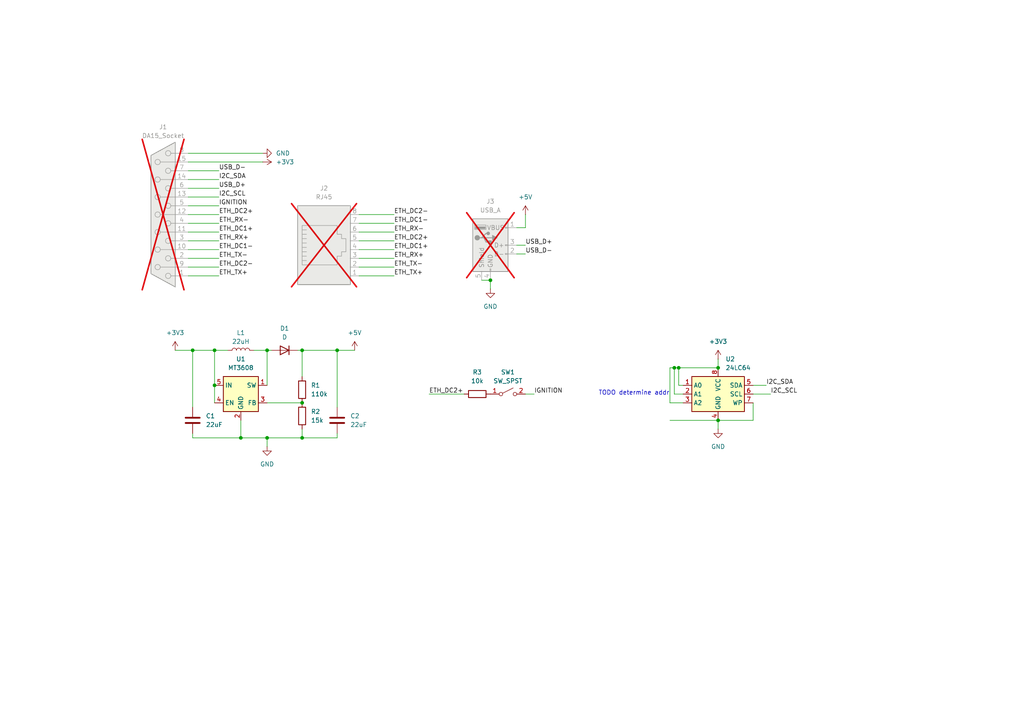
<source format=kicad_sch>
(kicad_sch (version 20250114) (generator "eeschema") (generator_version "9.0")
  (paper "A4")
  (lib_symbols
    (symbol "Connector:DA15_Socket" (pin_names (offset 1.016) (hide yes))
      (property "Reference" "J" (at 0.508 21.59 0))
      (property "Value" "DA15_Socket" (at 0 -22.225 0))
      (symbol "DA15_Socket_0_1"
        (polyline (pts (xy -3.81 20.955) (xy 3.175 17.145) (xy 3.175 -17.145) (xy -3.81 -20.955) (xy -3.81 20.955)) (stroke (width 0.254)) (fill (type background)))
        (polyline (pts (xy -3.81 17.78) (xy -2.54 17.78)))
        (polyline (pts (xy -3.81 15.24) (xy 0.508 15.24)))
        (polyline (pts (xy -3.81 12.7) (xy -2.54 12.7)))
        (polyline (pts (xy -3.81 10.16) (xy 0.508 10.16)))
        (polyline (pts (xy -3.81 7.62) (xy -2.54 7.62)))
        (polyline (pts (xy -3.81 5.08) (xy 0.508 5.08)))
        (polyline (pts (xy -3.81 2.54) (xy -2.54 2.54)))
        (polyline (pts (xy -3.81 0) (xy 0.508 0)))
        (polyline (pts (xy -3.81 -2.54) (xy -2.54 -2.54)))
        (polyline (pts (xy -3.81 -5.08) (xy 0.508 -5.08)))
        (polyline (pts (xy -3.81 -7.62) (xy -2.54 -7.62)))
        (polyline (pts (xy -3.81 -10.16) (xy 0.508 -10.16)))
        (polyline (pts (xy -3.81 -12.7) (xy -2.54 -12.7)))
        (polyline (pts (xy -3.81 -15.24) (xy 0.508 -15.24)))
        (polyline (pts (xy -3.81 -17.78) (xy -2.54 -17.78)))
        (circle (center -1.778 17.78) (radius 0.762))
        (circle (center -1.778 12.7) (radius 0.762))
        (circle (center -1.778 7.62) (radius 0.762))
        (circle (center -1.778 2.54) (radius 0.762))
        (circle (center -1.778 -2.54) (radius 0.762))
        (circle (center -1.778 -7.62) (radius 0.762))
        (circle (center -1.778 -12.7) (radius 0.762))
        (circle (center -1.778 -17.78) (radius 0.762))
        (circle (center 1.27 15.24) (radius 0.762))
        (circle (center 1.27 10.16) (radius 0.762))
        (circle (center 1.27 5.08) (radius 0.762))
        (circle (center 1.27 0) (radius 0.762))
        (circle (center 1.27 -5.08) (radius 0.762))
        (circle (center 1.27 -10.16) (radius 0.762))
        (circle (center 1.27 -15.24) (radius 0.762))
      )
      (symbol "DA15_Socket_1_1"
        (pin passive line (at -7.62 17.78 0) (length 3.81) (name "1") (number "1"))
        (pin passive line (at -7.62 15.24 0) (length 3.81) (name "P9") (number "9"))
        (pin passive line (at -7.62 12.7 0) (length 3.81) (name "2") (number "2"))
        (pin passive line (at -7.62 10.16 0) (length 3.81) (name "P10") (number "10"))
        (pin passive line (at -7.62 7.62 0) (length 3.81) (name "3") (number "3"))
        (pin passive line (at -7.62 5.08 0) (length 3.81) (name "P111") (number "11"))
        (pin passive line (at -7.62 2.54 0) (length 3.81) (name "4") (number "4"))
        (pin passive line (at -7.62 0 0) (length 3.81) (name "P12") (number "12"))
        (pin passive line (at -7.62 -2.54 0) (length 3.81) (name "5") (number "5"))
        (pin passive line (at -7.62 -5.08 0) (length 3.81) (name "P13") (number "13"))
        (pin passive line (at -7.62 -7.62 0) (length 3.81) (name "6") (number "6"))
        (pin passive line (at -7.62 -10.16 0) (length 3.81) (name "P14") (number "14"))
        (pin passive line (at -7.62 -12.7 0) (length 3.81) (name "7") (number "7"))
        (pin passive line (at -7.62 -15.24 0) (length 3.81) (name "P15") (number "15"))
        (pin passive line (at -7.62 -17.78 0) (length 3.81) (name "8") (number "8"))
      )
    )
    (symbol "Connector:RJ45" (pin_names (offset 1.016))
      (property "Reference" "J" (at -5.08 13.97 0))
      (property "Value" "RJ45" (at 2.54 13.97 0))
      (symbol "RJ45_0_1"
        (polyline (pts (xy -6.35 1.905) (xy -5.08 1.905) (xy -5.08 1.905)))
        (polyline (pts (xy -6.35 0.635) (xy -5.08 0.635) (xy -5.08 0.635)))
        (polyline (pts (xy -6.35 -0.635) (xy -5.08 -0.635) (xy -5.08 -0.635)))
        (polyline (pts (xy -6.35 -1.905) (xy -5.08 -1.905) (xy -5.08 -1.905)))
        (polyline (pts (xy -6.35 -3.175) (xy -5.08 -3.175) (xy -5.08 -3.175)))
        (polyline (pts (xy -6.35 -4.445) (xy -6.35 6.985) (xy 3.81 6.985) (xy 3.81 4.445) (xy 5.08 4.445) (xy 5.08 3.175) (xy 6.35 3.175) (xy 6.35 -0.635) (xy 5.08 -0.635) (xy 5.08 -1.905) (xy 3.81 -1.905) (xy 3.81 -4.445) (xy -6.35 -4.445) (xy -6.35 -4.445)))
        (polyline (pts (xy -5.08 5.715) (xy -6.35 5.715)))
        (polyline (pts (xy -5.08 4.445) (xy -6.35 4.445)))
        (polyline (pts (xy -5.08 3.175) (xy -6.35 3.175) (xy -6.35 3.175)))
        (rectangle (start 7.62 12.7) (end -7.62 -10.16) (stroke (width 0.254)) (fill (type background)))
      )
      (symbol "RJ45_1_1"
        (pin passive line (at 10.16 10.16 180) (length 2.54) (name "~") (number "8"))
        (pin passive line (at 10.16 7.62 180) (length 2.54) (name "~") (number "7"))
        (pin passive line (at 10.16 5.08 180) (length 2.54) (name "~") (number "6"))
        (pin passive line (at 10.16 2.54 180) (length 2.54) (name "~") (number "5"))
        (pin passive line (at 10.16 0 180) (length 2.54) (name "~") (number "4"))
        (pin passive line (at 10.16 -2.54 180) (length 2.54) (name "~") (number "3"))
        (pin passive line (at 10.16 -5.08 180) (length 2.54) (name "~") (number "2"))
        (pin passive line (at 10.16 -7.62 180) (length 2.54) (name "~") (number "1"))
      )
    )
    (symbol "Connector:USB_A" (pin_names (offset 1.016))
      (property "Reference" "J" (at -5.08 11.43 0))
      (property "Value" "USB_A" (at -5.08 8.89 0))
      (symbol "USB_A_0_1"
        (rectangle (start -5.08 -7.62) (end 5.08 7.62) (stroke (width 0.254)) (fill (type background)))
        (circle (center -3.81 2.159) (radius 0.635) (stroke (width 0.254)) (fill (type outline)))
        (polyline (pts (xy -3.175 2.159) (xy -2.54 2.159) (xy -1.27 3.429) (xy -0.635 3.429)) (stroke (width 0.254)))
        (polyline (pts (xy -2.54 2.159) (xy -1.905 2.159) (xy -1.27 0.889) (xy 0 0.889)) (stroke (width 0.254)))
        (rectangle (start -1.524 4.826) (end -4.318 5.334) (fill (type outline)))
        (rectangle (start -1.27 4.572) (end -4.572 5.842))
        (circle (center -0.635 3.429) (radius 0.381) (stroke (width 0.254)) (fill (type outline)))
        (rectangle (start -0.127 -7.62) (end 0.127 -6.858))
        (rectangle (start 0.254 1.27) (end -0.508 0.508) (stroke (width 0.254)) (fill (type outline)))
        (polyline (pts (xy 0.635 2.794) (xy 0.635 1.524) (xy 1.905 2.159) (xy 0.635 2.794)) (stroke (width 0.254)) (fill (type outline)))
        (rectangle (start 5.08 4.953) (end 4.318 5.207))
        (rectangle (start 5.08 -0.127) (end 4.318 0.127))
        (rectangle (start 5.08 -2.667) (end 4.318 -2.413))
      )
      (symbol "USB_A_1_1"
        (polyline (pts (xy -1.905 2.159) (xy 0.635 2.159)) (stroke (width 0.254)))
        (pin passive line (at -2.54 -10.16 90) (length 2.54) (name "Shield") (number "5"))
        (pin power_in line (at 0 -10.16 90) (length 2.54) (name "GND") (number "4"))
        (pin power_in line (at 7.62 5.08 180) (length 2.54) (name "VBUS") (number "1"))
        (pin bidirectional line (at 7.62 0 180) (length 2.54) (name "D+") (number "3"))
        (pin bidirectional line (at 7.62 -2.54 180) (length 2.54) (name "D-") (number "2"))
      )
    )
    (symbol "Device:C" (pin_numbers (hide yes)) (pin_names (offset 0.254))
      (property "Reference" "C" (at 0.635 2.54 0))
      (property "Value" "C" (at 0.635 -2.54 0))
      (symbol "C_0_1"
        (polyline (pts (xy -2.032 0.762) (xy 2.032 0.762)) (stroke (width 0.508)))
        (polyline (pts (xy -2.032 -0.762) (xy 2.032 -0.762)) (stroke (width 0.508)))
      )
      (symbol "C_1_1"
        (pin passive line (at 0 3.81 270) (length 2.794) (name "~") (number "1"))
        (pin passive line (at 0 -3.81 90) (length 2.794) (name "~") (number "2"))
      )
    )
    (symbol "Device:D" (pin_numbers (hide yes)) (pin_names (offset 1.016) (hide yes))
      (property "Reference" "D" (at 0 2.54 0))
      (property "Value" "D" (at 0 -2.54 0))
      (symbol "D_0_1"
        (polyline (pts (xy -1.27 1.27) (xy -1.27 -1.27)) (stroke (width 0.254)))
        (polyline (pts (xy 1.27 1.27) (xy 1.27 -1.27) (xy -1.27 0) (xy 1.27 1.27)) (stroke (width 0.254)))
        (polyline (pts (xy 1.27 0) (xy -1.27 0)))
      )
      (symbol "D_1_1"
        (pin passive line (at -3.81 0 0) (length 2.54) (name "K") (number "1"))
        (pin passive line (at 3.81 0 180) (length 2.54) (name "A") (number "2"))
      )
    )
    (symbol "Device:L" (pin_numbers (hide yes)) (pin_names (offset 1.016) (hide yes))
      (property "Reference" "L" (at -1.27 0 90))
      (property "Value" "L" (at 1.905 0 90))
      (symbol "L_0_1"
        (arc (start 0 2.54) (mid 0.6323 1.905) (end 0 1.27))
        (arc (start 0 1.27) (mid 0.6323 0.635) (end 0 0))
        (arc (start 0 0) (mid 0.6323 -0.635) (end 0 -1.27))
        (arc (start 0 -1.27) (mid 0.6323 -1.905) (end 0 -2.54))
      )
      (symbol "L_1_1"
        (pin passive line (at 0 3.81 270) (length 1.27) (name "1") (number "1"))
        (pin passive line (at 0 -3.81 90) (length 1.27) (name "2") (number "2"))
      )
    )
    (symbol "Device:R" (pin_numbers (hide yes)) (pin_names (offset 0))
      (property "Reference" "R" (at 2.032 0 90))
      (property "Value" "R" (at 0 0 90))
      (symbol "R_0_1"
        (rectangle (start -1.016 -2.54) (end 1.016 2.54) (stroke (width 0.254)))
      )
      (symbol "R_1_1"
        (pin passive line (at 0 3.81 270) (length 1.27) (name "~") (number "1"))
        (pin passive line (at 0 -3.81 90) (length 1.27) (name "~") (number "2"))
      )
    )
    (symbol "Memory_EEPROM:24LC64"
      (property "Reference" "U" (at -6.35 6.35 0))
      (property "Value" "24LC64" (at 1.27 6.35 0))
      (symbol "24LC64_1_1"
        (rectangle (start -7.62 5.08) (end 7.62 -5.08) (stroke (width 0.254)) (fill (type background)))
        (pin input line (at -10.16 2.54 0) (length 2.54) (name "A0") (number "1"))
        (pin input line (at -10.16 0 0) (length 2.54) (name "A1") (number "2"))
        (pin input line (at -10.16 -2.54 0) (length 2.54) (name "A2") (number "3"))
        (pin power_in line (at 0 7.62 270) (length 2.54) (name "VCC") (number "8"))
        (pin power_in line (at 0 -7.62 90) (length 2.54) (name "GND") (number "4"))
        (pin bidirectional line (at 10.16 2.54 180) (length 2.54) (name "SDA") (number "5"))
        (pin input line (at 10.16 0 180) (length 2.54) (name "SCL") (number "6"))
        (pin input line (at 10.16 -2.54 180) (length 2.54) (name "WP") (number "7"))
      )
    )
    (symbol "Regulator_Switching:MT3608"
      (property "Reference" "U" (at -2.54 8.89 0))
      (property "Value" "MT3608" (at -3.81 6.35 0))
      (symbol "MT3608_0_1"
        (rectangle (start -5.08 5.08) (end 5.08 -5.08) (stroke (width 0.254)) (fill (type background)))
      )
      (symbol "MT3608_1_1"
        (pin power_in line (at -7.62 2.54 0) (length 2.54) (name "IN") (number "5"))
        (pin input line (at -7.62 -2.54 0) (length 2.54) (name "EN") (number "4"))
        (pin power_in line (at 0 -7.62 90) (length 2.54) (name "GND") (number "2"))
        (pin no_connect line (at 5.08 0 180) (length 2.54) (hide yes) (name "NC") (number "6"))
        (pin passive line (at 7.62 2.54 180) (length 2.54) (name "SW") (number "1"))
        (pin input line (at 7.62 -2.54 180) (length 2.54) (name "FB") (number "3"))
      )
    )
    (symbol "Switch:SW_SPST" (pin_names (offset 0) (hide yes))
      (property "Reference" "SW" (at 0 3.175 0))
      (property "Value" "SW_SPST" (at 0 -2.54 0))
      (symbol "SW_SPST_0_0"
        (circle (center -2.032 0) (radius 0.508))
        (polyline (pts (xy -1.524 0.254) (xy 1.524 1.778)))
        (circle (center 2.032 0) (radius 0.508))
      )
      (symbol "SW_SPST_1_1"
        (pin passive line (at -5.08 0 0) (length 2.54) (name "A") (number "1"))
        (pin passive line (at 5.08 0 180) (length 2.54) (name "B") (number "2"))
      )
    )
    (symbol "power:+3V3" (power) (pin_numbers (hide yes)) (pin_names (offset 0) (hide yes))
      (property "Value" "+3V3" (at 0 3.556 0))
      (symbol "+3V3_0_1"
        (polyline (pts (xy -0.762 1.27) (xy 0 2.54)))
        (polyline (pts (xy 0 2.54) (xy 0.762 1.27)))
        (polyline (pts (xy 0 0) (xy 0 2.54)))
      )
      (symbol "+3V3_1_1"
        (pin power_in line (at 0 0 90) (length 0) (name "~") (number "1"))
      )
    )
    (symbol "power:+5V" (power) (pin_numbers (hide yes)) (pin_names (offset 0) (hide yes))
      (property "Value" "+5V" (at 0 3.556 0))
      (symbol "+5V_0_1"
        (polyline (pts (xy -0.762 1.27) (xy 0 2.54)))
        (polyline (pts (xy 0 2.54) (xy 0.762 1.27)))
        (polyline (pts (xy 0 0) (xy 0 2.54)))
      )
      (symbol "+5V_1_1"
        (pin power_in line (at 0 0 90) (length 0) (name "~") (number "1"))
      )
    )
    (symbol "power:GND" (power) (pin_numbers (hide yes)) (pin_names (offset 0) (hide yes))
      (property "Value" "GND" (at 0 -3.81 0))
      (symbol "GND_0_1"
        (polyline (pts (xy 0 0) (xy 0 -1.27) (xy 1.27 -1.27) (xy 0 -2.54) (xy -1.27 -1.27) (xy 0 -1.27)))
      )
      (symbol "GND_1_1"
        (pin power_in line (at 0 0 270) (length 0) (name "~") (number "1"))
      )
    )
  )
  (text "TODO determine addr" (at 183.896 114.046 0) (effects (font (size 1.27 1.27))))
  (junction (at 208.28 121.92))
  (junction (at 208.28 106.68))
  (junction (at 97.79 101.6))
  (junction (at 62.23 111.76))
  (junction (at 87.63 101.6))
  (junction (at 55.88 101.6))
  (junction (at 77.47 101.6))
  (junction (at 142.24 81.28))
  (junction (at 195.58 106.68))
  (junction (at 196.85 106.68))
  (junction (at 87.63 127))
  (junction (at 69.85 127))
  (junction (at 77.47 127))
  (junction (at 62.23 101.6))
  (junction (at 87.63 116.84))
  (wire (pts (xy 86.36 101.6) (xy 87.63 101.6)))
  (wire (pts (xy 63.5 49.53) (xy 54.61 49.53)))
  (wire (pts (xy 54.61 67.31) (xy 63.5 67.31)))
  (wire (pts (xy 54.61 64.77) (xy 63.5 64.77)))
  (wire (pts (xy 62.23 111.76) (xy 62.23 101.6)))
  (wire (pts (xy 142.24 83.82) (xy 142.24 81.28)))
  (wire (pts (xy 194.31 121.92) (xy 208.28 121.92)))
  (wire (pts (xy 87.63 109.22) (xy 87.63 101.6)))
  (wire (pts (xy 69.85 121.92) (xy 69.85 127)))
  (wire (pts (xy 54.61 69.85) (xy 63.5 69.85)))
  (wire (pts (xy 152.4 62.23) (xy 152.4 66.04)))
  (wire (pts (xy 77.47 127) (xy 87.63 127)))
  (wire (pts (xy 55.88 127) (xy 69.85 127)))
  (wire (pts (xy 55.88 127) (xy 55.88 125.73)))
  (wire (pts (xy 50.8 101.6) (xy 55.88 101.6)))
  (wire (pts (xy 77.47 101.6) (xy 73.66 101.6)))
  (wire (pts (xy 77.47 127) (xy 69.85 127)))
  (wire (pts (xy 54.61 77.47) (xy 63.5 77.47)))
  (wire (pts (xy 218.44 121.92) (xy 208.28 121.92)))
  (wire (pts (xy 54.61 72.39) (xy 63.5 72.39)))
  (wire (pts (xy 104.14 74.93) (xy 114.3 74.93)))
  (wire (pts (xy 78.74 101.6) (xy 77.47 101.6)))
  (wire (pts (xy 76.2 44.45) (xy 54.61 44.45)))
  (wire (pts (xy 208.28 124.46) (xy 208.28 121.92)))
  (wire (pts (xy 194.31 106.68) (xy 194.31 116.84)))
  (wire (pts (xy 62.23 111.76) (xy 62.23 116.84)))
  (wire (pts (xy 54.61 80.01) (xy 63.5 80.01)))
  (wire (pts (xy 87.63 124.46) (xy 87.63 127)))
  (wire (pts (xy 154.94 114.3) (xy 152.4 114.3)))
  (wire (pts (xy 152.4 66.04) (xy 149.86 66.04)))
  (wire (pts (xy 195.58 114.3) (xy 198.12 114.3)))
  (wire (pts (xy 196.85 106.68) (xy 196.85 111.76)))
  (wire (pts (xy 97.79 101.6) (xy 97.79 118.11)))
  (wire (pts (xy 104.14 69.85) (xy 114.3 69.85)))
  (wire (pts (xy 152.4 73.66) (xy 149.86 73.66)))
  (wire (pts (xy 54.61 62.23) (xy 63.5 62.23)))
  (wire (pts (xy 104.14 64.77) (xy 114.3 64.77)))
  (wire (pts (xy 194.31 116.84) (xy 198.12 116.84)))
  (wire (pts (xy 77.47 111.76) (xy 77.47 101.6)))
  (wire (pts (xy 97.79 125.73) (xy 97.79 127)))
  (wire (pts (xy 63.5 52.07) (xy 54.61 52.07)))
  (wire (pts (xy 104.14 72.39) (xy 114.3 72.39)))
  (wire (pts (xy 104.14 62.23) (xy 114.3 62.23)))
  (wire (pts (xy 196.85 111.76) (xy 198.12 111.76)))
  (wire (pts (xy 152.4 71.12) (xy 149.86 71.12)))
  (wire (pts (xy 55.88 101.6) (xy 55.88 118.11)))
  (wire (pts (xy 62.23 101.6) (xy 66.04 101.6)))
  (wire (pts (xy 196.85 106.68) (xy 208.28 106.68)))
  (wire (pts (xy 194.31 106.68) (xy 195.58 106.68)))
  (wire (pts (xy 218.44 116.84) (xy 218.44 121.92)))
  (wire (pts (xy 76.2 46.99) (xy 54.61 46.99)))
  (wire (pts (xy 222.25 111.76) (xy 218.44 111.76)))
  (wire (pts (xy 97.79 101.6) (xy 102.87 101.6)))
  (wire (pts (xy 104.14 67.31) (xy 114.3 67.31)))
  (wire (pts (xy 139.7 81.28) (xy 142.24 81.28)))
  (wire (pts (xy 195.58 106.68) (xy 196.85 106.68)))
  (wire (pts (xy 87.63 101.6) (xy 97.79 101.6)))
  (wire (pts (xy 195.58 106.68) (xy 195.58 114.3)))
  (wire (pts (xy 97.79 127) (xy 87.63 127)))
  (wire (pts (xy 63.5 54.61) (xy 54.61 54.61)))
  (wire (pts (xy 124.46 114.3) (xy 134.62 114.3)))
  (wire (pts (xy 63.5 57.15) (xy 54.61 57.15)))
  (wire (pts (xy 55.88 101.6) (xy 62.23 101.6)))
  (wire (pts (xy 208.28 104.14) (xy 208.28 106.68)))
  (wire (pts (xy 63.5 59.69) (xy 54.61 59.69)))
  (wire (pts (xy 104.14 80.01) (xy 114.3 80.01)))
  (wire (pts (xy 54.61 74.93) (xy 63.5 74.93)))
  (wire (pts (xy 77.47 116.84) (xy 87.63 116.84)))
  (wire (pts (xy 104.14 77.47) (xy 114.3 77.47)))
  (wire (pts (xy 223.52 114.3) (xy 218.44 114.3)))
  (wire (pts (xy 77.47 127) (xy 77.47 129.54)))
  (label "USB_D-" (at 63.5 49.53 0))
  (label "ETH_DC2-" (at 114.3 62.23 0))
  (label "IGNITION" (at 154.94 114.3 0))
  (label "ETH_TX+" (at 114.3 80.01 0))
  (label "ETH_DC1-" (at 63.5 72.39 0))
  (label "ETH_RX+" (at 63.5 69.85 0))
  (label "ETH_DC2+" (at 124.46 114.3 0))
  (label "USB_D+" (at 152.4 71.12 0))
  (label "USB_D-" (at 152.4 73.66 0))
  (label "ETH_TX-" (at 63.5 74.93 0))
  (label "ETH_TX+" (at 63.5 80.01 0))
  (label "ETH_DC1-" (at 114.3 64.77 0))
  (label "ETH_RX-" (at 63.5 64.77 0))
  (label "IGNITION" (at 63.5 59.69 0))
  (label "ETH_DC2+" (at 114.3 69.85 0))
  (label "I2C_SCL" (at 63.5 57.15 0))
  (label "ETH_TX-" (at 114.3 77.47 0))
  (label "ETH_RX+" (at 114.3 74.93 0))
  (label "ETH_DC2-" (at 63.5 77.47 0))
  (label "USB_D+" (at 63.5 54.61 0))
  (label "I2C_SCL" (at 223.52 114.3 0))
  (label "ETH_DC1+" (at 63.5 67.31 0))
  (label "I2C_SDA" (at 222.25 111.76 0))
  (label "ETH_RX-" (at 114.3 67.31 0))
  (label "ETH_DC1+" (at 114.3 72.39 0))
  (label "I2C_SDA" (at 63.5 52.07 0))
  (label "ETH_DC2+" (at 63.5 62.23 0))
  (symbol (lib_id "Connector:RJ45") (at 93.98 72.39 0) (unit 1) (in_bom no) (dnp yes)
    (property "Reference" "J2" (at 93.98 54.61 0))
    (property "Value" "RJ45" (at 93.98 57.15 0))
    (property "Footprint" "Connector_RJ:RJ45_OST_PJ012-8P8CX_Vertical" (effects (hide yes)))
    (property "Description" "RJ connector, 8P8C (8 positions 8 connected)" (effects (hide yes)))
  )
  (symbol (lib_id "power:+3V3") (at 76.2 46.99 270) (unit 1)
    (property "Reference" "#PWR07" (effects (hide yes)))
    (property "Value" "+3V3" (at 80.01 46.9899 90) (effects (justify left)))
    (property "Description" "Power symbol creates a global label with name \"+3V3\"" (effects (hide yes)))
  )
  (symbol (lib_id "Regulator_Switching:MT3608") (at 69.85 114.3 0) (unit 1)
    (property "Reference" "U1" (at 69.85 104.14 0))
    (property "Value" "MT3608" (at 69.85 106.68 0))
    (property "Footprint" "Package_TO_SOT_SMD:SOT-23-6" (effects (hide yes)))
    (property "Datasheet" "https://www.lcsc.com/datasheet/C84817.pdf" (effects (hide yes)))
    (property "Description" "High Efficiency 1.2MHz 2A Step Up Converter, 2-24V Vin, 28V Vout, 4A current limit, 1.2MHz, SOT23-6" (effects (hide yes)))
    (property "LCSC" "C84817" (effects (hide yes)))
  )
  (symbol (lib_id "power:+3V3") (at 208.28 104.14 0) (unit 1)
    (property "Reference" "#PWR09" (effects (hide yes)))
    (property "Value" "+3V3" (at 208.28 99.06 0))
    (property "Description" "Power symbol creates a global label with name \"+3V3\"" (effects (hide yes)))
  )
  (symbol (lib_id "Switch:SW_SPST") (at 147.32 114.3 0) (unit 1)
    (property "Reference" "SW1" (at 147.32 107.95 0))
    (property "Value" "SW_SPST" (at 147.32 110.49 0))
    (property "Footprint" "Button_Switch_SMD:SW_SPST_TS-1088-xR020" (effects (hide yes)))
    (property "Datasheet" "https://www.lcsc.com/datasheet/C720477.pdf" (effects (hide yes)))
    (property "Description" "Single Pole Single Throw (SPST) switch" (effects (hide yes)))
    (property "LCSC" "C720477" (effects (hide yes)))
  )
  (symbol (lib_id "Connector:USB_A") (at 142.24 71.12 0) (unit 1) (in_bom no) (dnp yes)
    (property "Reference" "J3" (at 142.24 58.42 0))
    (property "Value" "USB_A" (at 142.24 60.96 0))
    (property "Footprint" "Connector_USB:USB_A_Molex_105057_Vertical" (effects (hide yes)))
    (property "Description" "USB Type A connector" (effects (hide yes)))
  )
  (symbol (lib_id "power:GND") (at 77.47 129.54 0) (unit 1)
    (property "Reference" "#PWR01" (effects (hide yes)))
    (property "Value" "GND" (at 77.47 134.62 0))
    (property "Description" "Power symbol creates a global label with name \"GND\" , ground" (effects (hide yes)))
  )
  (symbol (lib_id "power:GND") (at 208.28 124.46 0) (unit 1)
    (property "Reference" "#PWR08" (effects (hide yes)))
    (property "Value" "GND" (at 208.28 129.54 0))
    (property "Description" "Power symbol creates a global label with name \"GND\" , ground" (effects (hide yes)))
  )
  (symbol (lib_id "power:+3V3") (at 50.8 101.6 0) (unit 1)
    (property "Reference" "#PWR02" (effects (hide yes)))
    (property "Value" "+3V3" (at 50.8 96.52 0))
    (property "Description" "Power symbol creates a global label with name \"+3V3\"" (effects (hide yes)))
  )
  (symbol (lib_id "power:GND") (at 76.2 44.45 90) (unit 1)
    (property "Reference" "#PWR04" (effects (hide yes)))
    (property "Value" "GND" (at 80.01 44.4499 90) (effects (justify right)))
    (property "Description" "Power symbol creates a global label with name \"GND\" , ground" (effects (hide yes)))
  )
  (symbol (lib_id "Connector:DA15_Socket") (at 46.99 62.23 180) (unit 1) (in_bom no) (dnp yes)
    (property "Reference" "J1" (at 47.3075 36.83 0))
    (property "Value" "DA15_Socket" (at 47.3075 39.37 0))
    (property "Footprint" "Connector_Dsub:DSUB-15_Socket_Vertical_P2.77x2.84mm" (effects (hide yes)))
    (property "Description" "15-pin D-SUB connector, socket (female) (low-density/2 columns)" (effects (hide yes)))
  )
  (symbol (lib_id "Memory_EEPROM:24LC64") (at 208.28 114.3 0) (unit 1)
    (property "Reference" "U2" (at 210.4233 104.14 0) (effects (justify left)))
    (property "Value" "24LC64" (at 210.4233 106.68 0) (effects (justify left)))
    (property "Footprint" "Package_SO:SOIC-8_3.9x4.9mm_P1.27mm" (effects (hide yes)))
    (property "Datasheet" "http://ww1.microchip.com/downloads/en/DeviceDoc/21189f.pdf" (effects (hide yes)))
    (property "Description" "I2C Serial EEPROM, 64Kb, DIP-8/SOIC-8/TSSOP-8/DFN-8" (effects (hide yes)))
    (property "LCSC" "C511260" (effects (hide yes)))
  )
  (symbol (lib_id "Device:D") (at 82.55 101.6 180) (unit 1)
    (property "Reference" "D1" (at 82.55 95.25 0))
    (property "Value" "D" (at 82.55 97.79 0))
    (property "Footprint" "Diode_SMD:D_SMA" (effects (hide yes)))
    (property "Datasheet" "https://www.lcsc.com/datasheet/C727050.pdf" (effects (hide yes)))
    (property "Description" "Diode" (effects (hide yes)))
    (property "Sim.Device" "D" (effects (hide yes)))
    (property "Sim.Pins" "1=K 2=A" (effects (hide yes)))
    (property "LCSC" "C727050" (effects (hide yes)))
  )
  (symbol (lib_id "Device:R") (at 87.63 120.65 0) (unit 1)
    (property "Reference" "R2" (at 90.17 119.3799 0) (effects (justify left)))
    (property "Value" "15k" (at 90.17 121.9199 0) (effects (justify left)))
    (property "Footprint" "Resistor_SMD:R_0603_1608Metric" (effects (hide yes)))
    (property "Datasheet" "https://www.lcsc.com/datasheet/C2906995.pdf" (effects (hide yes)))
    (property "Description" "Resistor" (effects (hide yes)))
    (property "LCSC" "C2906995" (effects (hide yes)))
  )
  (symbol (lib_id "Device:R") (at 87.63 113.03 0) (unit 1)
    (property "Reference" "R1" (at 90.17 111.7599 0) (effects (justify left)))
    (property "Value" "110k" (at 90.17 114.2999 0) (effects (justify left)))
    (property "Footprint" "Resistor_SMD:R_0603_1608Metric" (effects (hide yes)))
    (property "Datasheet" "https://www.lcsc.com/datasheet/C2906984.pdf" (effects (hide yes)))
    (property "Description" "Resistor" (effects (hide yes)))
    (property "LCSC" "C2906984" (effects (hide yes)))
  )
  (symbol (lib_id "power:+5V") (at 152.4 62.23 0) (unit 1)
    (property "Reference" "#PWR06" (effects (hide yes)))
    (property "Value" "+5V" (at 152.4 57.15 0))
    (property "Description" "Power symbol creates a global label with name \"+5V\"" (effects (hide yes)))
  )
  (symbol (lib_id "Device:L") (at 69.85 101.6 90) (unit 1)
    (property "Reference" "L1" (at 69.85 96.52 90))
    (property "Value" "22uH" (at 69.85 99.06 90))
    (property "Footprint" "Inductor_SMD:L_APV_APH0630" (effects (hide yes)))
    (property "Datasheet" "https://www.lcsc.com/datasheet/C5349702.pdf" (effects (hide yes)))
    (property "Description" "Inductor" (effects (hide yes)))
    (property "LCSC" "C5349702" (effects (hide yes)))
  )
  (symbol (lib_id "power:GND") (at 142.24 83.82 0) (unit 1)
    (property "Reference" "#PWR05" (effects (hide yes)))
    (property "Value" "GND" (at 142.24 88.9 0))
    (property "Description" "Power symbol creates a global label with name \"GND\" , ground" (effects (hide yes)))
  )
  (symbol (lib_id "Device:C") (at 55.88 121.92 0) (unit 1)
    (property "Reference" "C1" (at 59.69 120.6499 0) (effects (justify left)))
    (property "Value" "22uF" (at 59.69 123.1899 0) (effects (justify left)))
    (property "Footprint" "Capacitor_SMD:C_0603_1608Metric" (effects (hide yes)))
    (property "Datasheet" "https://www.lcsc.com/datasheet/C86295.pdf" (effects (hide yes)))
    (property "Description" "Unpolarized capacitor" (effects (hide yes)))
    (property "LCSC" "C86295" (effects (hide yes)))
  )
  (symbol (lib_id "Device:C") (at 97.79 121.92 0) (unit 1)
    (property "Reference" "C2" (at 101.6 120.6499 0) (effects (justify left)))
    (property "Value" "22uF" (at 101.6 123.1899 0) (effects (justify left)))
    (property "Footprint" "Capacitor_SMD:C_0603_1608Metric" (effects (hide yes)))
    (property "Datasheet" "https://www.lcsc.com/datasheet/C86295.pdf" (effects (hide yes)))
    (property "Description" "Unpolarized capacitor" (effects (hide yes)))
    (property "LCSC" "C86295" (effects (hide yes)))
  )
  (symbol (lib_id "power:+5V") (at 102.87 101.6 0) (unit 1)
    (property "Reference" "#PWR03" (effects (hide yes)))
    (property "Value" "+5V" (at 102.87 96.52 0))
    (property "Description" "Power symbol creates a global label with name \"+5V\"" (effects (hide yes)))
  )
  (symbol (lib_id "Device:R") (at 138.43 114.3 90) (unit 1)
    (property "Reference" "R3" (at 138.43 107.95 90))
    (property "Value" "10k" (at 138.43 110.49 90))
    (property "Footprint" "Resistor_SMD:R_0603_1608Metric" (effects (hide yes)))
    (property "Datasheet" "https://www.lcsc.com/datasheet/C2930027.pdf" (effects (hide yes)))
    (property "Description" "Resistor" (effects (hide yes)))
    (property "LCSC" "C2930027" (effects (hide yes)))
  )
)
</source>
